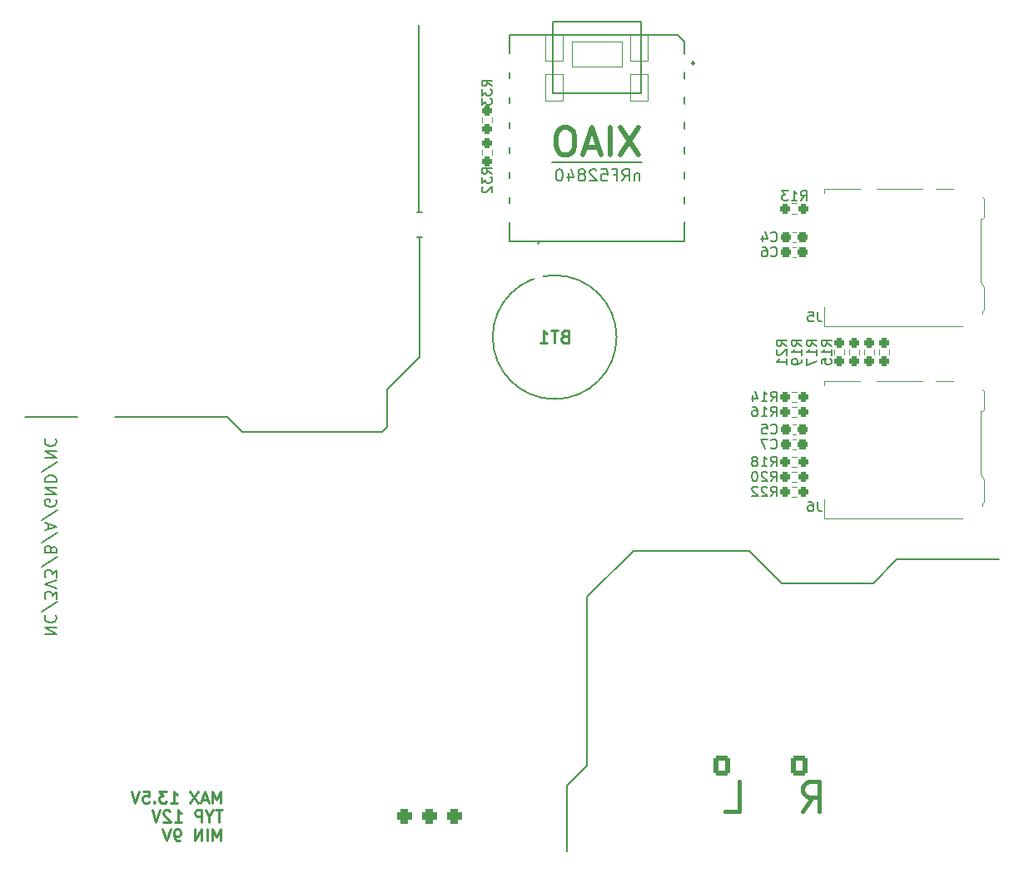
<source format=gbo>
G04 #@! TF.GenerationSoftware,KiCad,Pcbnew,(6.0.9)*
G04 #@! TF.CreationDate,2023-04-01T11:17:42+09:00*
G04 #@! TF.ProjectId,MainBoard,4d61696e-426f-4617-9264-2e6b69636164,rev?*
G04 #@! TF.SameCoordinates,Original*
G04 #@! TF.FileFunction,Legend,Bot*
G04 #@! TF.FilePolarity,Positive*
%FSLAX46Y46*%
G04 Gerber Fmt 4.6, Leading zero omitted, Abs format (unit mm)*
G04 Created by KiCad (PCBNEW (6.0.9)) date 2023-04-01 11:17:42*
%MOMM*%
%LPD*%
G01*
G04 APERTURE LIST*
G04 Aperture macros list*
%AMRoundRect*
0 Rectangle with rounded corners*
0 $1 Rounding radius*
0 $2 $3 $4 $5 $6 $7 $8 $9 X,Y pos of 4 corners*
0 Add a 4 corners polygon primitive as box body*
4,1,4,$2,$3,$4,$5,$6,$7,$8,$9,$2,$3,0*
0 Add four circle primitives for the rounded corners*
1,1,$1+$1,$2,$3*
1,1,$1+$1,$4,$5*
1,1,$1+$1,$6,$7*
1,1,$1+$1,$8,$9*
0 Add four rect primitives between the rounded corners*
20,1,$1+$1,$2,$3,$4,$5,0*
20,1,$1+$1,$4,$5,$6,$7,0*
20,1,$1+$1,$6,$7,$8,$9,0*
20,1,$1+$1,$8,$9,$2,$3,0*%
G04 Aperture macros list end*
%ADD10C,0.150000*%
%ADD11C,0.250000*%
%ADD12C,0.400000*%
%ADD13C,0.200000*%
%ADD14C,0.180000*%
%ADD15C,0.500000*%
%ADD16C,0.254000*%
%ADD17C,0.120000*%
%ADD18C,0.066040*%
%ADD19C,0.127000*%
%ADD20R,1.308000X1.308000*%
%ADD21C,1.308000*%
%ADD22R,1.428000X1.428000*%
%ADD23C,1.428000*%
%ADD24O,2.216000X1.108000*%
%ADD25R,2.400000X2.400000*%
%ADD26C,2.400000*%
%ADD27C,2.000000*%
%ADD28C,1.500000*%
%ADD29C,2.200000*%
%ADD30RoundRect,0.381000X-0.381000X-0.381000X0.381000X-0.381000X0.381000X0.381000X-0.381000X0.381000X0*%
%ADD31R,2.000000X2.000000*%
%ADD32R,1.600000X1.600000*%
%ADD33C,1.600000*%
%ADD34R,1.700000X1.700000*%
%ADD35O,1.700000X1.700000*%
%ADD36O,2.800000X2.000000*%
%ADD37RoundRect,0.250000X-0.600000X-0.725000X0.600000X-0.725000X0.600000X0.725000X-0.600000X0.725000X0*%
%ADD38O,1.700000X1.950000*%
%ADD39C,1.400000*%
%ADD40R,3.500000X3.500000*%
%ADD41C,3.500000*%
%ADD42C,3.380000*%
%ADD43C,1.509000*%
%ADD44C,4.200000*%
%ADD45C,1.800000*%
%ADD46R,2.400000X1.600000*%
%ADD47O,2.400000X1.600000*%
%ADD48O,1.600000X2.400000*%
%ADD49RoundRect,0.237500X0.250000X0.237500X-0.250000X0.237500X-0.250000X-0.237500X0.250000X-0.237500X0*%
%ADD50O,2.748280X1.998980*%
%ADD51RoundRect,0.237500X0.300000X0.237500X-0.300000X0.237500X-0.300000X-0.237500X0.300000X-0.237500X0*%
%ADD52R,0.950000X7.000000*%
%ADD53R,0.950000X2.350000*%
%ADD54R,1.200000X0.700000*%
%ADD55R,0.800000X1.000000*%
%ADD56R,1.200000X1.000000*%
%ADD57R,1.900000X1.300000*%
%ADD58R,2.800000X1.000000*%
%ADD59RoundRect,0.237500X-0.237500X0.250000X-0.237500X-0.250000X0.237500X-0.250000X0.237500X0.250000X0*%
%ADD60RoundRect,0.237500X0.237500X-0.250000X0.237500X0.250000X-0.237500X0.250000X-0.237500X-0.250000X0*%
G04 APERTURE END LIST*
D10*
X124460000Y-120904000D02*
X124460000Y-138049000D01*
X107188000Y-81788000D02*
X107696000Y-81788000D01*
X124460000Y-138049000D02*
X122428000Y-140081000D01*
X153543000Y-119507000D02*
X144272000Y-119507000D01*
X103632000Y-104140000D02*
X104140000Y-103632000D01*
X107442000Y-96520000D02*
X107442000Y-84582000D01*
X87884000Y-102616000D02*
X89408000Y-104140000D01*
X107188000Y-84328000D02*
X107696000Y-84328000D01*
X67310000Y-102616000D02*
X72644000Y-102616000D01*
X107442000Y-84582000D02*
X107442000Y-84328000D01*
X107315000Y-81534000D02*
X107315000Y-81788000D01*
X104140000Y-99822000D02*
X107442000Y-96520000D01*
X166370000Y-117094000D02*
X155956000Y-117094000D01*
X140970000Y-116205000D02*
X129159000Y-116205000D01*
X76454000Y-102616000D02*
X87884000Y-102616000D01*
X155956000Y-117094000D02*
X153543000Y-119507000D01*
X144272000Y-119507000D02*
X140970000Y-116205000D01*
X89408000Y-104140000D02*
X103632000Y-104140000D01*
X107315000Y-62738000D02*
X107315000Y-81534000D01*
X120878600Y-76708000D02*
X130022600Y-76708000D01*
X104140000Y-103632000D02*
X104140000Y-99822000D01*
X129159000Y-116205000D02*
X124460000Y-120904000D01*
X122428000Y-140081000D02*
X122428000Y-146812000D01*
D11*
X87181785Y-141866857D02*
X87181785Y-140666857D01*
X86781785Y-141524000D01*
X86381785Y-140666857D01*
X86381785Y-141866857D01*
X85867500Y-141524000D02*
X85296071Y-141524000D01*
X85981785Y-141866857D02*
X85581785Y-140666857D01*
X85181785Y-141866857D01*
X84896071Y-140666857D02*
X84096071Y-141866857D01*
X84096071Y-140666857D02*
X84896071Y-141866857D01*
X82096071Y-141866857D02*
X82781785Y-141866857D01*
X82438928Y-141866857D02*
X82438928Y-140666857D01*
X82553214Y-140838285D01*
X82667500Y-140952571D01*
X82781785Y-141009714D01*
X81696071Y-140666857D02*
X80953214Y-140666857D01*
X81353214Y-141124000D01*
X81181785Y-141124000D01*
X81067500Y-141181142D01*
X81010357Y-141238285D01*
X80953214Y-141352571D01*
X80953214Y-141638285D01*
X81010357Y-141752571D01*
X81067500Y-141809714D01*
X81181785Y-141866857D01*
X81524642Y-141866857D01*
X81638928Y-141809714D01*
X81696071Y-141752571D01*
X80438928Y-141752571D02*
X80381785Y-141809714D01*
X80438928Y-141866857D01*
X80496071Y-141809714D01*
X80438928Y-141752571D01*
X80438928Y-141866857D01*
X79296071Y-140666857D02*
X79867500Y-140666857D01*
X79924642Y-141238285D01*
X79867500Y-141181142D01*
X79753214Y-141124000D01*
X79467500Y-141124000D01*
X79353214Y-141181142D01*
X79296071Y-141238285D01*
X79238928Y-141352571D01*
X79238928Y-141638285D01*
X79296071Y-141752571D01*
X79353214Y-141809714D01*
X79467500Y-141866857D01*
X79753214Y-141866857D01*
X79867500Y-141809714D01*
X79924642Y-141752571D01*
X78896071Y-140666857D02*
X78496071Y-141866857D01*
X78096071Y-140666857D01*
X87353214Y-142598857D02*
X86667500Y-142598857D01*
X87010357Y-143798857D02*
X87010357Y-142598857D01*
X86038928Y-143227428D02*
X86038928Y-143798857D01*
X86438928Y-142598857D02*
X86038928Y-143227428D01*
X85638928Y-142598857D01*
X85238928Y-143798857D02*
X85238928Y-142598857D01*
X84781785Y-142598857D01*
X84667500Y-142656000D01*
X84610357Y-142713142D01*
X84553214Y-142827428D01*
X84553214Y-142998857D01*
X84610357Y-143113142D01*
X84667500Y-143170285D01*
X84781785Y-143227428D01*
X85238928Y-143227428D01*
X82496071Y-143798857D02*
X83181785Y-143798857D01*
X82838928Y-143798857D02*
X82838928Y-142598857D01*
X82953214Y-142770285D01*
X83067500Y-142884571D01*
X83181785Y-142941714D01*
X82038928Y-142713142D02*
X81981785Y-142656000D01*
X81867500Y-142598857D01*
X81581785Y-142598857D01*
X81467500Y-142656000D01*
X81410357Y-142713142D01*
X81353214Y-142827428D01*
X81353214Y-142941714D01*
X81410357Y-143113142D01*
X82096071Y-143798857D01*
X81353214Y-143798857D01*
X81010357Y-142598857D02*
X80610357Y-143798857D01*
X80210357Y-142598857D01*
X87181785Y-145730857D02*
X87181785Y-144530857D01*
X86781785Y-145388000D01*
X86381785Y-144530857D01*
X86381785Y-145730857D01*
X85810357Y-145730857D02*
X85810357Y-144530857D01*
X85238928Y-145730857D02*
X85238928Y-144530857D01*
X84553214Y-145730857D01*
X84553214Y-144530857D01*
X83010357Y-145730857D02*
X82781785Y-145730857D01*
X82667500Y-145673714D01*
X82610357Y-145616571D01*
X82496071Y-145445142D01*
X82438928Y-145216571D01*
X82438928Y-144759428D01*
X82496071Y-144645142D01*
X82553214Y-144588000D01*
X82667500Y-144530857D01*
X82896071Y-144530857D01*
X83010357Y-144588000D01*
X83067500Y-144645142D01*
X83124642Y-144759428D01*
X83124642Y-145045142D01*
X83067500Y-145159428D01*
X83010357Y-145216571D01*
X82896071Y-145273714D01*
X82667500Y-145273714D01*
X82553214Y-145216571D01*
X82496071Y-145159428D01*
X82438928Y-145045142D01*
X82096071Y-144530857D02*
X81696071Y-145730857D01*
X81296071Y-144530857D01*
D12*
X138517428Y-142708142D02*
X139946000Y-142708142D01*
X139946000Y-139708142D01*
D13*
X129806171Y-77797057D02*
X129806171Y-78597057D01*
X129806171Y-77911342D02*
X129749028Y-77854200D01*
X129634742Y-77797057D01*
X129463314Y-77797057D01*
X129349028Y-77854200D01*
X129291885Y-77968485D01*
X129291885Y-78597057D01*
X128034742Y-78597057D02*
X128434742Y-78025628D01*
X128720457Y-78597057D02*
X128720457Y-77397057D01*
X128263314Y-77397057D01*
X128149028Y-77454200D01*
X128091885Y-77511342D01*
X128034742Y-77625628D01*
X128034742Y-77797057D01*
X128091885Y-77911342D01*
X128149028Y-77968485D01*
X128263314Y-78025628D01*
X128720457Y-78025628D01*
X127120457Y-77968485D02*
X127520457Y-77968485D01*
X127520457Y-78597057D02*
X127520457Y-77397057D01*
X126949028Y-77397057D01*
X125920457Y-77397057D02*
X126491885Y-77397057D01*
X126549028Y-77968485D01*
X126491885Y-77911342D01*
X126377600Y-77854200D01*
X126091885Y-77854200D01*
X125977600Y-77911342D01*
X125920457Y-77968485D01*
X125863314Y-78082771D01*
X125863314Y-78368485D01*
X125920457Y-78482771D01*
X125977600Y-78539914D01*
X126091885Y-78597057D01*
X126377600Y-78597057D01*
X126491885Y-78539914D01*
X126549028Y-78482771D01*
X125406171Y-77511342D02*
X125349028Y-77454200D01*
X125234742Y-77397057D01*
X124949028Y-77397057D01*
X124834742Y-77454200D01*
X124777600Y-77511342D01*
X124720457Y-77625628D01*
X124720457Y-77739914D01*
X124777600Y-77911342D01*
X125463314Y-78597057D01*
X124720457Y-78597057D01*
X124034742Y-77911342D02*
X124149028Y-77854200D01*
X124206171Y-77797057D01*
X124263314Y-77682771D01*
X124263314Y-77625628D01*
X124206171Y-77511342D01*
X124149028Y-77454200D01*
X124034742Y-77397057D01*
X123806171Y-77397057D01*
X123691885Y-77454200D01*
X123634742Y-77511342D01*
X123577600Y-77625628D01*
X123577600Y-77682771D01*
X123634742Y-77797057D01*
X123691885Y-77854200D01*
X123806171Y-77911342D01*
X124034742Y-77911342D01*
X124149028Y-77968485D01*
X124206171Y-78025628D01*
X124263314Y-78139914D01*
X124263314Y-78368485D01*
X124206171Y-78482771D01*
X124149028Y-78539914D01*
X124034742Y-78597057D01*
X123806171Y-78597057D01*
X123691885Y-78539914D01*
X123634742Y-78482771D01*
X123577600Y-78368485D01*
X123577600Y-78139914D01*
X123634742Y-78025628D01*
X123691885Y-77968485D01*
X123806171Y-77911342D01*
X122549028Y-77797057D02*
X122549028Y-78597057D01*
X122834742Y-77339914D02*
X123120457Y-78197057D01*
X122377600Y-78197057D01*
X121691885Y-77397057D02*
X121577600Y-77397057D01*
X121463314Y-77454200D01*
X121406171Y-77511342D01*
X121349028Y-77625628D01*
X121291885Y-77854200D01*
X121291885Y-78139914D01*
X121349028Y-78368485D01*
X121406171Y-78482771D01*
X121463314Y-78539914D01*
X121577600Y-78597057D01*
X121691885Y-78597057D01*
X121806171Y-78539914D01*
X121863314Y-78482771D01*
X121920457Y-78368485D01*
X121977600Y-78139914D01*
X121977600Y-77854200D01*
X121920457Y-77625628D01*
X121863314Y-77511342D01*
X121806171Y-77454200D01*
X121691885Y-77397057D01*
D14*
X69307142Y-124722285D02*
X70507142Y-124722285D01*
X69307142Y-124036571D01*
X70507142Y-124036571D01*
X69421428Y-122779428D02*
X69364285Y-122836571D01*
X69307142Y-123008000D01*
X69307142Y-123122285D01*
X69364285Y-123293714D01*
X69478571Y-123408000D01*
X69592857Y-123465142D01*
X69821428Y-123522285D01*
X69992857Y-123522285D01*
X70221428Y-123465142D01*
X70335714Y-123408000D01*
X70450000Y-123293714D01*
X70507142Y-123122285D01*
X70507142Y-123008000D01*
X70450000Y-122836571D01*
X70392857Y-122779428D01*
X70564285Y-121408000D02*
X69021428Y-122436571D01*
X70507142Y-121122285D02*
X70507142Y-120379428D01*
X70050000Y-120779428D01*
X70050000Y-120608000D01*
X69992857Y-120493714D01*
X69935714Y-120436571D01*
X69821428Y-120379428D01*
X69535714Y-120379428D01*
X69421428Y-120436571D01*
X69364285Y-120493714D01*
X69307142Y-120608000D01*
X69307142Y-120950857D01*
X69364285Y-121065142D01*
X69421428Y-121122285D01*
X70507142Y-120036571D02*
X69307142Y-119636571D01*
X70507142Y-119236571D01*
X70507142Y-118950857D02*
X70507142Y-118208000D01*
X70050000Y-118608000D01*
X70050000Y-118436571D01*
X69992857Y-118322285D01*
X69935714Y-118265142D01*
X69821428Y-118208000D01*
X69535714Y-118208000D01*
X69421428Y-118265142D01*
X69364285Y-118322285D01*
X69307142Y-118436571D01*
X69307142Y-118779428D01*
X69364285Y-118893714D01*
X69421428Y-118950857D01*
X70564285Y-116836571D02*
X69021428Y-117865142D01*
X69935714Y-116036571D02*
X69878571Y-115865142D01*
X69821428Y-115808000D01*
X69707142Y-115750857D01*
X69535714Y-115750857D01*
X69421428Y-115808000D01*
X69364285Y-115865142D01*
X69307142Y-115979428D01*
X69307142Y-116436571D01*
X70507142Y-116436571D01*
X70507142Y-116036571D01*
X70450000Y-115922285D01*
X70392857Y-115865142D01*
X70278571Y-115808000D01*
X70164285Y-115808000D01*
X70050000Y-115865142D01*
X69992857Y-115922285D01*
X69935714Y-116036571D01*
X69935714Y-116436571D01*
X70564285Y-114379428D02*
X69021428Y-115408000D01*
X69650000Y-114036571D02*
X69650000Y-113465142D01*
X69307142Y-114150857D02*
X70507142Y-113750857D01*
X69307142Y-113350857D01*
X70564285Y-112093714D02*
X69021428Y-113122285D01*
X70450000Y-111065142D02*
X70507142Y-111179428D01*
X70507142Y-111350857D01*
X70450000Y-111522285D01*
X70335714Y-111636571D01*
X70221428Y-111693714D01*
X69992857Y-111750857D01*
X69821428Y-111750857D01*
X69592857Y-111693714D01*
X69478571Y-111636571D01*
X69364285Y-111522285D01*
X69307142Y-111350857D01*
X69307142Y-111236571D01*
X69364285Y-111065142D01*
X69421428Y-111008000D01*
X69821428Y-111008000D01*
X69821428Y-111236571D01*
X69307142Y-110493714D02*
X70507142Y-110493714D01*
X69307142Y-109808000D01*
X70507142Y-109808000D01*
X69307142Y-109236571D02*
X70507142Y-109236571D01*
X70507142Y-108950857D01*
X70450000Y-108779428D01*
X70335714Y-108665142D01*
X70221428Y-108608000D01*
X69992857Y-108550857D01*
X69821428Y-108550857D01*
X69592857Y-108608000D01*
X69478571Y-108665142D01*
X69364285Y-108779428D01*
X69307142Y-108950857D01*
X69307142Y-109236571D01*
X70564285Y-107179428D02*
X69021428Y-108208000D01*
X69307142Y-106779428D02*
X70507142Y-106779428D01*
X69307142Y-106093714D01*
X70507142Y-106093714D01*
X69421428Y-104836571D02*
X69364285Y-104893714D01*
X69307142Y-105065142D01*
X69307142Y-105179428D01*
X69364285Y-105350857D01*
X69478571Y-105465142D01*
X69592857Y-105522285D01*
X69821428Y-105579428D01*
X69992857Y-105579428D01*
X70221428Y-105522285D01*
X70335714Y-105465142D01*
X70450000Y-105350857D01*
X70507142Y-105179428D01*
X70507142Y-105065142D01*
X70450000Y-104893714D01*
X70392857Y-104836571D01*
D15*
X129717266Y-73142666D02*
X127850600Y-75942666D01*
X127850600Y-73142666D02*
X129717266Y-75942666D01*
X126783933Y-75942666D02*
X126783933Y-73142666D01*
X125583933Y-75142666D02*
X124250600Y-75142666D01*
X125850600Y-75942666D02*
X124917266Y-73142666D01*
X123983933Y-75942666D01*
X122517266Y-73142666D02*
X121983933Y-73142666D01*
X121717266Y-73276000D01*
X121450600Y-73542666D01*
X121317266Y-74076000D01*
X121317266Y-75009333D01*
X121450600Y-75542666D01*
X121717266Y-75809333D01*
X121983933Y-75942666D01*
X122517266Y-75942666D01*
X122783933Y-75809333D01*
X123050600Y-75542666D01*
X123183933Y-75009333D01*
X123183933Y-74076000D01*
X123050600Y-73542666D01*
X122783933Y-73276000D01*
X122517266Y-73142666D01*
D12*
X146391428Y-142708142D02*
X147391428Y-141279571D01*
X148105714Y-142708142D02*
X148105714Y-139708142D01*
X146962857Y-139708142D01*
X146677142Y-139851000D01*
X146534285Y-139993857D01*
X146391428Y-140279571D01*
X146391428Y-140708142D01*
X146534285Y-140993857D01*
X146677142Y-141136714D01*
X146962857Y-141279571D01*
X148105714Y-141279571D01*
D10*
X143136857Y-101036380D02*
X143470190Y-100560190D01*
X143708285Y-101036380D02*
X143708285Y-100036380D01*
X143327333Y-100036380D01*
X143232095Y-100084000D01*
X143184476Y-100131619D01*
X143136857Y-100226857D01*
X143136857Y-100369714D01*
X143184476Y-100464952D01*
X143232095Y-100512571D01*
X143327333Y-100560190D01*
X143708285Y-100560190D01*
X142184476Y-101036380D02*
X142755904Y-101036380D01*
X142470190Y-101036380D02*
X142470190Y-100036380D01*
X142565428Y-100179238D01*
X142660666Y-100274476D01*
X142755904Y-100322095D01*
X141327333Y-100369714D02*
X141327333Y-101036380D01*
X141565428Y-99988761D02*
X141803523Y-100703047D01*
X141184476Y-100703047D01*
X143168666Y-105767142D02*
X143216285Y-105814761D01*
X143359142Y-105862380D01*
X143454380Y-105862380D01*
X143597238Y-105814761D01*
X143692476Y-105719523D01*
X143740095Y-105624285D01*
X143787714Y-105433809D01*
X143787714Y-105290952D01*
X143740095Y-105100476D01*
X143692476Y-105005238D01*
X143597238Y-104910000D01*
X143454380Y-104862380D01*
X143359142Y-104862380D01*
X143216285Y-104910000D01*
X143168666Y-104957619D01*
X142835333Y-104862380D02*
X142168666Y-104862380D01*
X142597238Y-105862380D01*
D16*
X122155857Y-94397285D02*
X121974428Y-94457761D01*
X121913952Y-94518238D01*
X121853476Y-94639190D01*
X121853476Y-94820619D01*
X121913952Y-94941571D01*
X121974428Y-95002047D01*
X122095380Y-95062523D01*
X122579190Y-95062523D01*
X122579190Y-93792523D01*
X122155857Y-93792523D01*
X122034904Y-93853000D01*
X121974428Y-93913476D01*
X121913952Y-94034428D01*
X121913952Y-94155380D01*
X121974428Y-94276333D01*
X122034904Y-94336809D01*
X122155857Y-94397285D01*
X122579190Y-94397285D01*
X121490619Y-93792523D02*
X120764904Y-93792523D01*
X121127761Y-95062523D02*
X121127761Y-93792523D01*
X119676333Y-95062523D02*
X120402047Y-95062523D01*
X120039190Y-95062523D02*
X120039190Y-93792523D01*
X120160142Y-93973952D01*
X120281095Y-94094904D01*
X120402047Y-94155380D01*
D10*
X147907333Y-111212380D02*
X147907333Y-111926666D01*
X147954952Y-112069523D01*
X148050190Y-112164761D01*
X148193047Y-112212380D01*
X148288285Y-112212380D01*
X147002571Y-111212380D02*
X147193047Y-111212380D01*
X147288285Y-111260000D01*
X147335904Y-111307619D01*
X147431142Y-111450476D01*
X147478761Y-111640952D01*
X147478761Y-112021904D01*
X147431142Y-112117142D01*
X147383523Y-112164761D01*
X147288285Y-112212380D01*
X147097809Y-112212380D01*
X147002571Y-112164761D01*
X146954952Y-112117142D01*
X146907333Y-112021904D01*
X146907333Y-111783809D01*
X146954952Y-111688571D01*
X147002571Y-111640952D01*
X147097809Y-111593333D01*
X147288285Y-111593333D01*
X147383523Y-111640952D01*
X147431142Y-111688571D01*
X147478761Y-111783809D01*
X144724380Y-95369142D02*
X144248190Y-95035809D01*
X144724380Y-94797714D02*
X143724380Y-94797714D01*
X143724380Y-95178666D01*
X143772000Y-95273904D01*
X143819619Y-95321523D01*
X143914857Y-95369142D01*
X144057714Y-95369142D01*
X144152952Y-95321523D01*
X144200571Y-95273904D01*
X144248190Y-95178666D01*
X144248190Y-94797714D01*
X143819619Y-95750095D02*
X143772000Y-95797714D01*
X143724380Y-95892952D01*
X143724380Y-96131047D01*
X143772000Y-96226285D01*
X143819619Y-96273904D01*
X143914857Y-96321523D01*
X144010095Y-96321523D01*
X144152952Y-96273904D01*
X144724380Y-95702476D01*
X144724380Y-96321523D01*
X144724380Y-97273904D02*
X144724380Y-96702476D01*
X144724380Y-96988190D02*
X143724380Y-96988190D01*
X143867238Y-96892952D01*
X143962476Y-96797714D01*
X144010095Y-96702476D01*
X114752380Y-68929642D02*
X114276190Y-68596309D01*
X114752380Y-68358214D02*
X113752380Y-68358214D01*
X113752380Y-68739166D01*
X113800000Y-68834404D01*
X113847619Y-68882023D01*
X113942857Y-68929642D01*
X114085714Y-68929642D01*
X114180952Y-68882023D01*
X114228571Y-68834404D01*
X114276190Y-68739166D01*
X114276190Y-68358214D01*
X113752380Y-69262976D02*
X113752380Y-69882023D01*
X114133333Y-69548690D01*
X114133333Y-69691547D01*
X114180952Y-69786785D01*
X114228571Y-69834404D01*
X114323809Y-69882023D01*
X114561904Y-69882023D01*
X114657142Y-69834404D01*
X114704761Y-69786785D01*
X114752380Y-69691547D01*
X114752380Y-69405833D01*
X114704761Y-69310595D01*
X114657142Y-69262976D01*
X113752380Y-70215357D02*
X113752380Y-70834404D01*
X114133333Y-70501071D01*
X114133333Y-70643928D01*
X114180952Y-70739166D01*
X114228571Y-70786785D01*
X114323809Y-70834404D01*
X114561904Y-70834404D01*
X114657142Y-70786785D01*
X114704761Y-70739166D01*
X114752380Y-70643928D01*
X114752380Y-70358214D01*
X114704761Y-70262976D01*
X114657142Y-70215357D01*
X143168666Y-84685142D02*
X143216285Y-84732761D01*
X143359142Y-84780380D01*
X143454380Y-84780380D01*
X143597238Y-84732761D01*
X143692476Y-84637523D01*
X143740095Y-84542285D01*
X143787714Y-84351809D01*
X143787714Y-84208952D01*
X143740095Y-84018476D01*
X143692476Y-83923238D01*
X143597238Y-83828000D01*
X143454380Y-83780380D01*
X143359142Y-83780380D01*
X143216285Y-83828000D01*
X143168666Y-83875619D01*
X142311523Y-84113714D02*
X142311523Y-84780380D01*
X142549619Y-83732761D02*
X142787714Y-84447047D01*
X142168666Y-84447047D01*
X146248380Y-95369142D02*
X145772190Y-95035809D01*
X146248380Y-94797714D02*
X145248380Y-94797714D01*
X145248380Y-95178666D01*
X145296000Y-95273904D01*
X145343619Y-95321523D01*
X145438857Y-95369142D01*
X145581714Y-95369142D01*
X145676952Y-95321523D01*
X145724571Y-95273904D01*
X145772190Y-95178666D01*
X145772190Y-94797714D01*
X146248380Y-96321523D02*
X146248380Y-95750095D01*
X146248380Y-96035809D02*
X145248380Y-96035809D01*
X145391238Y-95940571D01*
X145486476Y-95845333D01*
X145534095Y-95750095D01*
X146248380Y-96797714D02*
X146248380Y-96988190D01*
X146200761Y-97083428D01*
X146153142Y-97131047D01*
X146010285Y-97226285D01*
X145819809Y-97273904D01*
X145438857Y-97273904D01*
X145343619Y-97226285D01*
X145296000Y-97178666D01*
X145248380Y-97083428D01*
X145248380Y-96892952D01*
X145296000Y-96797714D01*
X145343619Y-96750095D01*
X145438857Y-96702476D01*
X145676952Y-96702476D01*
X145772190Y-96750095D01*
X145819809Y-96797714D01*
X145867428Y-96892952D01*
X145867428Y-97083428D01*
X145819809Y-97178666D01*
X145772190Y-97226285D01*
X145676952Y-97273904D01*
X143168666Y-104243142D02*
X143216285Y-104290761D01*
X143359142Y-104338380D01*
X143454380Y-104338380D01*
X143597238Y-104290761D01*
X143692476Y-104195523D01*
X143740095Y-104100285D01*
X143787714Y-103909809D01*
X143787714Y-103766952D01*
X143740095Y-103576476D01*
X143692476Y-103481238D01*
X143597238Y-103386000D01*
X143454380Y-103338380D01*
X143359142Y-103338380D01*
X143216285Y-103386000D01*
X143168666Y-103433619D01*
X142263904Y-103338380D02*
X142740095Y-103338380D01*
X142787714Y-103814571D01*
X142740095Y-103766952D01*
X142644857Y-103719333D01*
X142406761Y-103719333D01*
X142311523Y-103766952D01*
X142263904Y-103814571D01*
X142216285Y-103909809D01*
X142216285Y-104147904D01*
X142263904Y-104243142D01*
X142311523Y-104290761D01*
X142406761Y-104338380D01*
X142644857Y-104338380D01*
X142740095Y-104290761D01*
X142787714Y-104243142D01*
X143136857Y-110688380D02*
X143470190Y-110212190D01*
X143708285Y-110688380D02*
X143708285Y-109688380D01*
X143327333Y-109688380D01*
X143232095Y-109736000D01*
X143184476Y-109783619D01*
X143136857Y-109878857D01*
X143136857Y-110021714D01*
X143184476Y-110116952D01*
X143232095Y-110164571D01*
X143327333Y-110212190D01*
X143708285Y-110212190D01*
X142755904Y-109783619D02*
X142708285Y-109736000D01*
X142613047Y-109688380D01*
X142374952Y-109688380D01*
X142279714Y-109736000D01*
X142232095Y-109783619D01*
X142184476Y-109878857D01*
X142184476Y-109974095D01*
X142232095Y-110116952D01*
X142803523Y-110688380D01*
X142184476Y-110688380D01*
X141803523Y-109783619D02*
X141755904Y-109736000D01*
X141660666Y-109688380D01*
X141422571Y-109688380D01*
X141327333Y-109736000D01*
X141279714Y-109783619D01*
X141232095Y-109878857D01*
X141232095Y-109974095D01*
X141279714Y-110116952D01*
X141851142Y-110688380D01*
X141232095Y-110688380D01*
X114752380Y-77866642D02*
X114276190Y-77533309D01*
X114752380Y-77295214D02*
X113752380Y-77295214D01*
X113752380Y-77676166D01*
X113800000Y-77771404D01*
X113847619Y-77819023D01*
X113942857Y-77866642D01*
X114085714Y-77866642D01*
X114180952Y-77819023D01*
X114228571Y-77771404D01*
X114276190Y-77676166D01*
X114276190Y-77295214D01*
X113752380Y-78199976D02*
X113752380Y-78819023D01*
X114133333Y-78485690D01*
X114133333Y-78628547D01*
X114180952Y-78723785D01*
X114228571Y-78771404D01*
X114323809Y-78819023D01*
X114561904Y-78819023D01*
X114657142Y-78771404D01*
X114704761Y-78723785D01*
X114752380Y-78628547D01*
X114752380Y-78342833D01*
X114704761Y-78247595D01*
X114657142Y-78199976D01*
X113847619Y-79199976D02*
X113800000Y-79247595D01*
X113752380Y-79342833D01*
X113752380Y-79580928D01*
X113800000Y-79676166D01*
X113847619Y-79723785D01*
X113942857Y-79771404D01*
X114038095Y-79771404D01*
X114180952Y-79723785D01*
X114752380Y-79152357D01*
X114752380Y-79771404D01*
X147907333Y-91908380D02*
X147907333Y-92622666D01*
X147954952Y-92765523D01*
X148050190Y-92860761D01*
X148193047Y-92908380D01*
X148288285Y-92908380D01*
X146954952Y-91908380D02*
X147431142Y-91908380D01*
X147478761Y-92384571D01*
X147431142Y-92336952D01*
X147335904Y-92289333D01*
X147097809Y-92289333D01*
X147002571Y-92336952D01*
X146954952Y-92384571D01*
X146907333Y-92479809D01*
X146907333Y-92717904D01*
X146954952Y-92813142D01*
X147002571Y-92860761D01*
X147097809Y-92908380D01*
X147335904Y-92908380D01*
X147431142Y-92860761D01*
X147478761Y-92813142D01*
X146184857Y-80589380D02*
X146518190Y-80113190D01*
X146756285Y-80589380D02*
X146756285Y-79589380D01*
X146375333Y-79589380D01*
X146280095Y-79637000D01*
X146232476Y-79684619D01*
X146184857Y-79779857D01*
X146184857Y-79922714D01*
X146232476Y-80017952D01*
X146280095Y-80065571D01*
X146375333Y-80113190D01*
X146756285Y-80113190D01*
X145232476Y-80589380D02*
X145803904Y-80589380D01*
X145518190Y-80589380D02*
X145518190Y-79589380D01*
X145613428Y-79732238D01*
X145708666Y-79827476D01*
X145803904Y-79875095D01*
X144899142Y-79589380D02*
X144280095Y-79589380D01*
X144613428Y-79970333D01*
X144470571Y-79970333D01*
X144375333Y-80017952D01*
X144327714Y-80065571D01*
X144280095Y-80160809D01*
X144280095Y-80398904D01*
X144327714Y-80494142D01*
X144375333Y-80541761D01*
X144470571Y-80589380D01*
X144756285Y-80589380D01*
X144851523Y-80541761D01*
X144899142Y-80494142D01*
X147772380Y-95369142D02*
X147296190Y-95035809D01*
X147772380Y-94797714D02*
X146772380Y-94797714D01*
X146772380Y-95178666D01*
X146820000Y-95273904D01*
X146867619Y-95321523D01*
X146962857Y-95369142D01*
X147105714Y-95369142D01*
X147200952Y-95321523D01*
X147248571Y-95273904D01*
X147296190Y-95178666D01*
X147296190Y-94797714D01*
X147772380Y-96321523D02*
X147772380Y-95750095D01*
X147772380Y-96035809D02*
X146772380Y-96035809D01*
X146915238Y-95940571D01*
X147010476Y-95845333D01*
X147058095Y-95750095D01*
X146772380Y-96654857D02*
X146772380Y-97321523D01*
X147772380Y-96892952D01*
X149296380Y-95369142D02*
X148820190Y-95035809D01*
X149296380Y-94797714D02*
X148296380Y-94797714D01*
X148296380Y-95178666D01*
X148344000Y-95273904D01*
X148391619Y-95321523D01*
X148486857Y-95369142D01*
X148629714Y-95369142D01*
X148724952Y-95321523D01*
X148772571Y-95273904D01*
X148820190Y-95178666D01*
X148820190Y-94797714D01*
X149296380Y-96321523D02*
X149296380Y-95750095D01*
X149296380Y-96035809D02*
X148296380Y-96035809D01*
X148439238Y-95940571D01*
X148534476Y-95845333D01*
X148582095Y-95750095D01*
X148296380Y-97226285D02*
X148296380Y-96750095D01*
X148772571Y-96702476D01*
X148724952Y-96750095D01*
X148677333Y-96845333D01*
X148677333Y-97083428D01*
X148724952Y-97178666D01*
X148772571Y-97226285D01*
X148867809Y-97273904D01*
X149105904Y-97273904D01*
X149201142Y-97226285D01*
X149248761Y-97178666D01*
X149296380Y-97083428D01*
X149296380Y-96845333D01*
X149248761Y-96750095D01*
X149201142Y-96702476D01*
X143136857Y-102560380D02*
X143470190Y-102084190D01*
X143708285Y-102560380D02*
X143708285Y-101560380D01*
X143327333Y-101560380D01*
X143232095Y-101608000D01*
X143184476Y-101655619D01*
X143136857Y-101750857D01*
X143136857Y-101893714D01*
X143184476Y-101988952D01*
X143232095Y-102036571D01*
X143327333Y-102084190D01*
X143708285Y-102084190D01*
X142184476Y-102560380D02*
X142755904Y-102560380D01*
X142470190Y-102560380D02*
X142470190Y-101560380D01*
X142565428Y-101703238D01*
X142660666Y-101798476D01*
X142755904Y-101846095D01*
X141327333Y-101560380D02*
X141517809Y-101560380D01*
X141613047Y-101608000D01*
X141660666Y-101655619D01*
X141755904Y-101798476D01*
X141803523Y-101988952D01*
X141803523Y-102369904D01*
X141755904Y-102465142D01*
X141708285Y-102512761D01*
X141613047Y-102560380D01*
X141422571Y-102560380D01*
X141327333Y-102512761D01*
X141279714Y-102465142D01*
X141232095Y-102369904D01*
X141232095Y-102131809D01*
X141279714Y-102036571D01*
X141327333Y-101988952D01*
X141422571Y-101941333D01*
X141613047Y-101941333D01*
X141708285Y-101988952D01*
X141755904Y-102036571D01*
X141803523Y-102131809D01*
X143168666Y-86209142D02*
X143216285Y-86256761D01*
X143359142Y-86304380D01*
X143454380Y-86304380D01*
X143597238Y-86256761D01*
X143692476Y-86161523D01*
X143740095Y-86066285D01*
X143787714Y-85875809D01*
X143787714Y-85732952D01*
X143740095Y-85542476D01*
X143692476Y-85447238D01*
X143597238Y-85352000D01*
X143454380Y-85304380D01*
X143359142Y-85304380D01*
X143216285Y-85352000D01*
X143168666Y-85399619D01*
X142311523Y-85304380D02*
X142502000Y-85304380D01*
X142597238Y-85352000D01*
X142644857Y-85399619D01*
X142740095Y-85542476D01*
X142787714Y-85732952D01*
X142787714Y-86113904D01*
X142740095Y-86209142D01*
X142692476Y-86256761D01*
X142597238Y-86304380D01*
X142406761Y-86304380D01*
X142311523Y-86256761D01*
X142263904Y-86209142D01*
X142216285Y-86113904D01*
X142216285Y-85875809D01*
X142263904Y-85780571D01*
X142311523Y-85732952D01*
X142406761Y-85685333D01*
X142597238Y-85685333D01*
X142692476Y-85732952D01*
X142740095Y-85780571D01*
X142787714Y-85875809D01*
X143136857Y-109164380D02*
X143470190Y-108688190D01*
X143708285Y-109164380D02*
X143708285Y-108164380D01*
X143327333Y-108164380D01*
X143232095Y-108212000D01*
X143184476Y-108259619D01*
X143136857Y-108354857D01*
X143136857Y-108497714D01*
X143184476Y-108592952D01*
X143232095Y-108640571D01*
X143327333Y-108688190D01*
X143708285Y-108688190D01*
X142755904Y-108259619D02*
X142708285Y-108212000D01*
X142613047Y-108164380D01*
X142374952Y-108164380D01*
X142279714Y-108212000D01*
X142232095Y-108259619D01*
X142184476Y-108354857D01*
X142184476Y-108450095D01*
X142232095Y-108592952D01*
X142803523Y-109164380D01*
X142184476Y-109164380D01*
X141565428Y-108164380D02*
X141470190Y-108164380D01*
X141374952Y-108212000D01*
X141327333Y-108259619D01*
X141279714Y-108354857D01*
X141232095Y-108545333D01*
X141232095Y-108783428D01*
X141279714Y-108973904D01*
X141327333Y-109069142D01*
X141374952Y-109116761D01*
X141470190Y-109164380D01*
X141565428Y-109164380D01*
X141660666Y-109116761D01*
X141708285Y-109069142D01*
X141755904Y-108973904D01*
X141803523Y-108783428D01*
X141803523Y-108545333D01*
X141755904Y-108354857D01*
X141708285Y-108259619D01*
X141660666Y-108212000D01*
X141565428Y-108164380D01*
X143136857Y-107640380D02*
X143470190Y-107164190D01*
X143708285Y-107640380D02*
X143708285Y-106640380D01*
X143327333Y-106640380D01*
X143232095Y-106688000D01*
X143184476Y-106735619D01*
X143136857Y-106830857D01*
X143136857Y-106973714D01*
X143184476Y-107068952D01*
X143232095Y-107116571D01*
X143327333Y-107164190D01*
X143708285Y-107164190D01*
X142184476Y-107640380D02*
X142755904Y-107640380D01*
X142470190Y-107640380D02*
X142470190Y-106640380D01*
X142565428Y-106783238D01*
X142660666Y-106878476D01*
X142755904Y-106926095D01*
X141613047Y-107068952D02*
X141708285Y-107021333D01*
X141755904Y-106973714D01*
X141803523Y-106878476D01*
X141803523Y-106830857D01*
X141755904Y-106735619D01*
X141708285Y-106688000D01*
X141613047Y-106640380D01*
X141422571Y-106640380D01*
X141327333Y-106688000D01*
X141279714Y-106735619D01*
X141232095Y-106830857D01*
X141232095Y-106878476D01*
X141279714Y-106973714D01*
X141327333Y-107021333D01*
X141422571Y-107068952D01*
X141613047Y-107068952D01*
X141708285Y-107116571D01*
X141755904Y-107164190D01*
X141803523Y-107259428D01*
X141803523Y-107449904D01*
X141755904Y-107545142D01*
X141708285Y-107592761D01*
X141613047Y-107640380D01*
X141422571Y-107640380D01*
X141327333Y-107592761D01*
X141279714Y-107545142D01*
X141232095Y-107449904D01*
X141232095Y-107259428D01*
X141279714Y-107164190D01*
X141327333Y-107116571D01*
X141422571Y-107068952D01*
D17*
X145796724Y-101106500D02*
X145287276Y-101106500D01*
X145796724Y-100061500D02*
X145287276Y-100061500D01*
D18*
X122025410Y-66363310D02*
X122025410Y-63696310D01*
X120247410Y-70429850D02*
X120247410Y-67760310D01*
D19*
X116546630Y-84778310D02*
X116546630Y-63780130D01*
D18*
X128883410Y-66363310D02*
X128883410Y-63696310D01*
X128883410Y-70429850D02*
X128883410Y-67760310D01*
X130661410Y-63696310D02*
X128883410Y-63696310D01*
X122025410Y-70429850D02*
X120247410Y-70429850D01*
D19*
X129950210Y-69708490D02*
X129950210Y-62355190D01*
X120950990Y-69708490D02*
X129950210Y-69708490D01*
X134344410Y-64450690D02*
X134344410Y-84778310D01*
D18*
X130661410Y-67760310D02*
X128883410Y-67760310D01*
D19*
X129945130Y-62355190D02*
X120950990Y-62355190D01*
D18*
X122025410Y-70429850D02*
X122025410Y-67760310D01*
D19*
X116546630Y-63780130D02*
X133673850Y-63780130D01*
D18*
X122025410Y-67760310D02*
X120247410Y-67760310D01*
X127994410Y-66998310D02*
X127994410Y-64458310D01*
X130661410Y-66363310D02*
X128883410Y-66363310D01*
X130661410Y-70429850D02*
X130661410Y-67760310D01*
X130661410Y-66363310D02*
X130661410Y-63696310D01*
D19*
X134344410Y-84778310D02*
X116546630Y-84778310D01*
D18*
X122025410Y-66363310D02*
X120247410Y-66363310D01*
D19*
X133673850Y-63780130D02*
X134344410Y-64450690D01*
D18*
X130661410Y-70429850D02*
X128883410Y-70429850D01*
X120247410Y-66363310D02*
X120247410Y-63696310D01*
X127994410Y-66998310D02*
X122914410Y-66998310D01*
D19*
X120950990Y-62355190D02*
X120950990Y-69708490D01*
D18*
X122914410Y-66998310D02*
X122914410Y-64458310D01*
X127994410Y-64458310D02*
X122914410Y-64458310D01*
X122025410Y-63696310D02*
X120247410Y-63696310D01*
D16*
X135360410Y-66617310D02*
G75*
G03*
X135360410Y-66617310I-127000J0D01*
G01*
D17*
X145688267Y-104900000D02*
X145395733Y-104900000D01*
X145688267Y-105920000D02*
X145395733Y-105920000D01*
D13*
X127458000Y-94488000D02*
G75*
G03*
X127458000Y-94488000I-6300000J0D01*
G01*
X119586080Y-84938000D02*
G75*
G03*
X119586080Y-84938000I-79080J0D01*
G01*
D17*
X164849000Y-111233000D02*
X164849000Y-108923000D01*
X164849000Y-111233000D02*
X164649000Y-111433000D01*
X148579000Y-98943000D02*
X152189000Y-98943000D01*
X148579000Y-112913000D02*
X162589000Y-112913000D01*
X164849000Y-101833000D02*
X164649000Y-102043000D01*
X164649000Y-111433000D02*
X164649000Y-111693000D01*
X164849000Y-99973000D02*
X164849000Y-101833000D01*
X153889000Y-98943000D02*
X158589000Y-98943000D01*
X164849000Y-99973000D02*
X164649000Y-99773000D01*
X164849000Y-108923000D02*
X164499000Y-108413000D01*
X164499000Y-102043000D02*
X164499000Y-108413000D01*
X148579000Y-110993000D02*
X148579000Y-112913000D01*
X164499000Y-102043000D02*
X164649000Y-102043000D01*
X159889000Y-98943000D02*
X161689000Y-98943000D01*
X148579000Y-99393000D02*
X148579000Y-98943000D01*
X149591500Y-95757276D02*
X149591500Y-96266724D01*
X150636500Y-95757276D02*
X150636500Y-96266724D01*
X113777500Y-72135276D02*
X113777500Y-72644724D01*
X114822500Y-72135276D02*
X114822500Y-72644724D01*
X145688267Y-83818000D02*
X145395733Y-83818000D01*
X145688267Y-84838000D02*
X145395733Y-84838000D01*
X151115500Y-95757276D02*
X151115500Y-96266724D01*
X152160500Y-95757276D02*
X152160500Y-96266724D01*
X145688267Y-103376000D02*
X145395733Y-103376000D01*
X145688267Y-104396000D02*
X145395733Y-104396000D01*
X145796724Y-109713500D02*
X145287276Y-109713500D01*
X145796724Y-110758500D02*
X145287276Y-110758500D01*
X114822500Y-75946724D02*
X114822500Y-75437276D01*
X113777500Y-75946724D02*
X113777500Y-75437276D01*
X164849000Y-89365000D02*
X164499000Y-88855000D01*
X164849000Y-91675000D02*
X164849000Y-89365000D01*
X164849000Y-82275000D02*
X164649000Y-82485000D01*
X148579000Y-79835000D02*
X148579000Y-79385000D01*
X148579000Y-91435000D02*
X148579000Y-93355000D01*
X164849000Y-80415000D02*
X164649000Y-80215000D01*
X153889000Y-79385000D02*
X158589000Y-79385000D01*
X164499000Y-82485000D02*
X164499000Y-88855000D01*
X148579000Y-93355000D02*
X162589000Y-93355000D01*
X164849000Y-91675000D02*
X164649000Y-91875000D01*
X164649000Y-91875000D02*
X164649000Y-92135000D01*
X148579000Y-79385000D02*
X152189000Y-79385000D01*
X164849000Y-80415000D02*
X164849000Y-82275000D01*
X159889000Y-79385000D02*
X161689000Y-79385000D01*
X164499000Y-82485000D02*
X164649000Y-82485000D01*
X145796724Y-81929500D02*
X145287276Y-81929500D01*
X145796724Y-80884500D02*
X145287276Y-80884500D01*
X153684500Y-95757276D02*
X153684500Y-96266724D01*
X152639500Y-95757276D02*
X152639500Y-96266724D01*
X155208500Y-95757276D02*
X155208500Y-96266724D01*
X154163500Y-95757276D02*
X154163500Y-96266724D01*
X145796724Y-102630500D02*
X145287276Y-102630500D01*
X145796724Y-101585500D02*
X145287276Y-101585500D01*
X145688267Y-86362000D02*
X145395733Y-86362000D01*
X145688267Y-85342000D02*
X145395733Y-85342000D01*
X145796724Y-108189500D02*
X145287276Y-108189500D01*
X145796724Y-109234500D02*
X145287276Y-109234500D01*
X145796724Y-107710500D02*
X145287276Y-107710500D01*
X145796724Y-106665500D02*
X145287276Y-106665500D01*
%LPC*%
D20*
X136779000Y-70326000D03*
D21*
X136779000Y-68326000D03*
X136779000Y-66326000D03*
D22*
X76679500Y-132009000D03*
D23*
X76679500Y-134509000D03*
X76679500Y-136509000D03*
X76679500Y-139009000D03*
D24*
X75479500Y-129109000D03*
X75479500Y-141909000D03*
D25*
X159766000Y-127291959D03*
D26*
X159766000Y-122291959D03*
D27*
X122589999Y-136846001D03*
X122589999Y-129346001D03*
D28*
X110059999Y-129286001D03*
X110059999Y-131826001D03*
X110059999Y-134366001D03*
X110059999Y-136906001D03*
D29*
X164302000Y-64744000D03*
D30*
X105918000Y-143256000D03*
X108458000Y-143256000D03*
X110998000Y-143256000D03*
D31*
X100965000Y-122854323D03*
D27*
X100965000Y-127854323D03*
D32*
X91948000Y-134199621D03*
D33*
X91948000Y-136699621D03*
D34*
X85090000Y-104643000D03*
D35*
X85090000Y-107183000D03*
D36*
X139446000Y-144570000D03*
D37*
X138196000Y-138070000D03*
D38*
X140696000Y-138070000D03*
D32*
X105156000Y-136818380D03*
D33*
X105156000Y-134318380D03*
D39*
X78320000Y-144025000D03*
X89320000Y-144025000D03*
D40*
X81320000Y-134025000D03*
D41*
X86320000Y-134025000D03*
D29*
X69302000Y-64744000D03*
D42*
X74549000Y-104123000D03*
X74549000Y-125713000D03*
D43*
X77599000Y-106313000D03*
X79629000Y-107333000D03*
X77599000Y-108353000D03*
X79629000Y-109373000D03*
X77599000Y-110393000D03*
X79629000Y-111413000D03*
X77599000Y-118373000D03*
X79629000Y-119393000D03*
X77599000Y-120413000D03*
X79629000Y-121433000D03*
X77599000Y-122453000D03*
X79629000Y-123473000D03*
D20*
X136779000Y-78708000D03*
D21*
X136779000Y-76708000D03*
X136779000Y-74708000D03*
D44*
X151638000Y-141916000D03*
X160782000Y-141916000D03*
D45*
X158750000Y-134916000D03*
X156250000Y-134916000D03*
X153750000Y-134916000D03*
D25*
X130810000Y-123989959D03*
D26*
X130810000Y-118989959D03*
D46*
X92725000Y-117338000D03*
D47*
X92725000Y-114798000D03*
X92725000Y-112258000D03*
X92725000Y-109718000D03*
X85105000Y-109718000D03*
X85105000Y-112258000D03*
X85105000Y-114798000D03*
X85105000Y-117338000D03*
D36*
X147320000Y-144570000D03*
D37*
X146070000Y-138070000D03*
D38*
X148570000Y-138070000D03*
D29*
X164302000Y-144744000D03*
D48*
X118999000Y-117348000D03*
X116459000Y-117348000D03*
X113919000Y-117348000D03*
X111379000Y-117348000D03*
X111379000Y-124968000D03*
X113919000Y-124968000D03*
X116459000Y-124968000D03*
X118999000Y-124968000D03*
D29*
X69302000Y-144744000D03*
D49*
X146454500Y-100584000D03*
X144629500Y-100584000D03*
D50*
X133511290Y-66660490D03*
X133511290Y-69200490D03*
X133511290Y-71740490D03*
X133511290Y-74280490D03*
X133511290Y-76820490D03*
X133511290Y-79360490D03*
X133511290Y-81900490D03*
X117346730Y-81900490D03*
X117346730Y-79360490D03*
X117346730Y-76820490D03*
X117346730Y-74280490D03*
X117346730Y-71740490D03*
X117346730Y-69200490D03*
X117346730Y-66660490D03*
D51*
X146404500Y-105410000D03*
X144679500Y-105410000D03*
D52*
X119543000Y-88988000D03*
D53*
X119543000Y-102888000D03*
D54*
X148739000Y-108693000D03*
X148739000Y-107593000D03*
X148739000Y-106493000D03*
X148739000Y-105393000D03*
X148739000Y-104293000D03*
X148739000Y-103193000D03*
X148739000Y-102093000D03*
X148739000Y-100993000D03*
X148739000Y-100043000D03*
D55*
X159239000Y-99093000D03*
D56*
X153039000Y-99093000D03*
X148739000Y-110243000D03*
D57*
X163839000Y-112593000D03*
D58*
X163389000Y-99093000D03*
D59*
X150114000Y-95099500D03*
X150114000Y-96924500D03*
X114300000Y-71477500D03*
X114300000Y-73302500D03*
D51*
X146404500Y-84328000D03*
X144679500Y-84328000D03*
D59*
X151638000Y-95099500D03*
X151638000Y-96924500D03*
D51*
X146404500Y-103886000D03*
X144679500Y-103886000D03*
D49*
X146454500Y-110236000D03*
X144629500Y-110236000D03*
D60*
X114300000Y-76604500D03*
X114300000Y-74779500D03*
D54*
X148739000Y-89135000D03*
X148739000Y-88035000D03*
X148739000Y-86935000D03*
X148739000Y-85835000D03*
X148739000Y-84735000D03*
X148739000Y-83635000D03*
X148739000Y-82535000D03*
X148739000Y-81435000D03*
X148739000Y-80485000D03*
D55*
X159239000Y-79535000D03*
D56*
X153039000Y-79535000D03*
D57*
X163839000Y-93035000D03*
D56*
X148739000Y-90685000D03*
D58*
X163389000Y-79535000D03*
D49*
X146454500Y-81407000D03*
X144629500Y-81407000D03*
D59*
X153162000Y-95099500D03*
X153162000Y-96924500D03*
X154686000Y-95099500D03*
X154686000Y-96924500D03*
D49*
X146454500Y-102108000D03*
X144629500Y-102108000D03*
D51*
X146404500Y-85852000D03*
X144679500Y-85852000D03*
D49*
X146454500Y-108712000D03*
X144629500Y-108712000D03*
X146454500Y-107188000D03*
X144629500Y-107188000D03*
M02*

</source>
